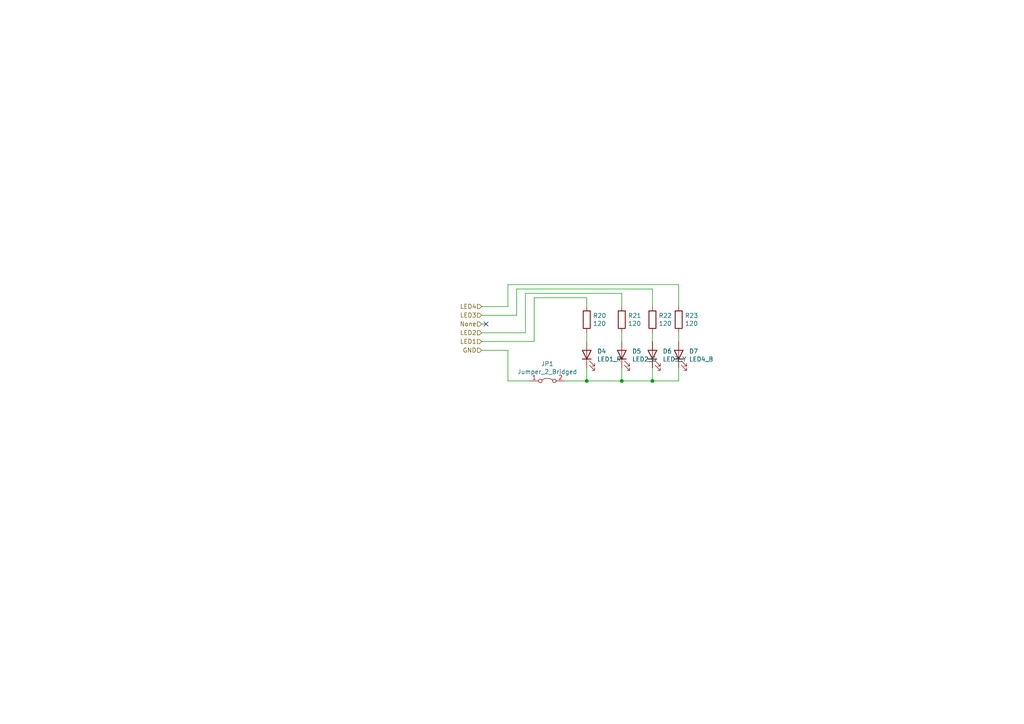
<source format=kicad_sch>
(kicad_sch (version 20211123) (generator eeschema)
  (paper "A4")
  (lib_symbols
    (symbol "Device:LED" (pin_numbers hide) (pin_names (offset 1.016) hide)
      (property "Reference" "D" (at 0 2.54 0))
      (property "Value" "LED" (at 0 -2.54 0))
      (symbol "LED_0_1"
        (polyline (pts (xy -1.27 -1.27) (xy -1.27 1.27)) (stroke (width 0.254)))
        (polyline (pts (xy -1.27 0) (xy 1.27 0)))
        (polyline (pts (xy 1.27 -1.27) (xy 1.27 1.27) (xy -1.27 0) (xy 1.27 -1.27)) (stroke (width 0.254)))
        (polyline (pts (xy -3.048 -0.762) (xy -4.572 -2.286) (xy -3.81 -2.286) (xy -4.572 -2.286) (xy -4.572 -1.524)))
        (polyline (pts (xy -1.778 -0.762) (xy -3.302 -2.286) (xy -2.54 -2.286) (xy -3.302 -2.286) (xy -3.302 -1.524)))
      )
      (symbol "LED_1_1"
        (pin passive line (at -3.81 0 0) (length 2.54) (name "K") (number "1"))
        (pin passive line (at 3.81 0 180) (length 2.54) (name "A") (number "2"))
      )
    )
    (symbol "Device:R" (pin_numbers hide) (pin_names (offset 0))
      (property "Reference" "R" (at 2.032 0 90))
      (property "Value" "R" (at 0 0 90))
      (symbol "R_0_1"
        (rectangle (start -1.016 -2.54) (end 1.016 2.54) (stroke (width 0.254)))
      )
      (symbol "R_1_1"
        (pin passive line (at 0 3.81 270) (length 1.27) (name "~") (number "1"))
        (pin passive line (at 0 -3.81 90) (length 1.27) (name "~") (number "2"))
      )
    )
    (symbol "Jumper:Jumper_2_Bridged" (pin_names (offset 0) hide)
      (property "Reference" "JP" (at 0 1.905 0))
      (property "Value" "Jumper_2_Bridged" (at 0 -2.54 0))
      (symbol "Jumper_2_Bridged_0_0"
        (circle (center -2.032 0) (radius 0.508))
        (circle (center 2.032 0) (radius 0.508))
      )
      (symbol "Jumper_2_Bridged_0_1"
        (arc (start 1.524 0.254) (mid 0 0.762) (end -1.524 0.254))
      )
      (symbol "Jumper_2_Bridged_1_1"
        (pin passive line (at -5.08 0 0) (length 2.54) (name "A") (number "1"))
        (pin passive line (at 5.08 0 180) (length 2.54) (name "B") (number "2"))
      )
    )
  )
  (junction (at 189.23 110.49))
  (junction (at 170.18 110.49))
  (junction (at 180.34 110.49))
  (no_connect (at 140.97 93.98))
  (wire (pts (xy 154.94 86.36) (xy 170.18 86.36)))
  (wire (pts (xy 180.34 85.09) (xy 180.34 88.9)))
  (wire (pts (xy 152.4 96.52) (xy 152.4 85.09)))
  (wire (pts (xy 189.23 83.82) (xy 189.23 88.9)))
  (wire (pts (xy 149.86 83.82) (xy 189.23 83.82)))
  (wire (pts (xy 170.18 86.36) (xy 170.18 88.9)))
  (wire (pts (xy 152.4 85.09) (xy 180.34 85.09)))
  (wire (pts (xy 196.85 96.52) (xy 196.85 99.06)))
  (wire (pts (xy 139.7 99.06) (xy 154.94 99.06)))
  (wire (pts (xy 189.23 106.68) (xy 189.23 110.49)))
  (wire (pts (xy 170.18 106.68) (xy 170.18 110.49)))
  (wire (pts (xy 139.7 96.52) (xy 152.4 96.52)))
  (wire (pts (xy 163.83 110.49) (xy 170.18 110.49)))
  (wire (pts (xy 180.34 106.68) (xy 180.34 110.49)))
  (wire (pts (xy 189.23 96.52) (xy 189.23 99.06)))
  (wire (pts (xy 170.18 110.49) (xy 180.34 110.49)))
  (wire (pts (xy 147.32 110.49) (xy 153.67 110.49)))
  (wire (pts (xy 180.34 96.52) (xy 180.34 99.06)))
  (wire (pts (xy 139.7 101.6) (xy 147.32 101.6)))
  (wire (pts (xy 139.7 88.9) (xy 147.32 88.9)))
  (wire (pts (xy 180.34 110.49) (xy 189.23 110.49)))
  (wire (pts (xy 147.32 82.55) (xy 196.85 82.55)))
  (wire (pts (xy 189.23 110.49) (xy 196.85 110.49)))
  (wire (pts (xy 139.7 91.44) (xy 149.86 91.44)))
  (wire (pts (xy 154.94 99.06) (xy 154.94 86.36)))
  (wire (pts (xy 147.32 101.6) (xy 147.32 110.49)))
  (wire (pts (xy 139.7 93.98) (xy 140.97 93.98)))
  (wire (pts (xy 196.85 82.55) (xy 196.85 88.9)))
  (wire (pts (xy 170.18 96.52) (xy 170.18 99.06)))
  (wire (pts (xy 147.32 88.9) (xy 147.32 82.55)))
  (wire (pts (xy 149.86 91.44) (xy 149.86 83.82)))
  (wire (pts (xy 196.85 110.49) (xy 196.85 106.68)))
  (hierarchical_label "LED2" (shape input) (at 139.7 96.52 180))
  (hierarchical_label "None" (shape input) (at 139.7 93.98 180))
  (hierarchical_label "LED4" (shape input) (at 139.7 88.9 180))
  (hierarchical_label "LED1" (shape input) (at 139.7 99.06 180))
  (hierarchical_label "GND" (shape input) (at 139.7 101.6 180))
  (hierarchical_label "LED3" (shape input) (at 139.7 91.44 180))
  (symbol (lib_id "Jumper:Jumper_2_Bridged") (at 158.75 110.49 0) (unit 1)
    (property "Reference" "JP1" (at 158.75 105.537 0))
    (property "Value" "Jumper_2_Bridged" (at 158.75 107.8484 0))
    (property "Footprint" "Connector_PinHeader_1.27mm:PinHeader_1x02_P1.27mm_Vertical" (effects hide))
  )
  (symbol (lib_id "Device:R") (at 180.34 92.71 0) (unit 1)
    (property "Reference" "R21" (at 182.118 91.5416 0) (effects (justify left)))
    (property "Value" "120" (at 182.118 93.853 0) (effects (justify left)))
    (property "Footprint" "Resistor_SMD:R_0603_1608Metric_Pad0.98x0.95mm_HandSolder" (effects hide))
  )
  (symbol (lib_id "Device:LED") (at 170.18 102.87 90) (unit 1)
    (property "Reference" "D4" (at 173.1518 101.8794 90) (effects (justify right)))
    (property "Value" "LED1_R" (at 173.1518 104.1908 90) (effects (justify right)))
    (property "Footprint" "0.main.robot:LED_SMLE13WBC8W1" (effects hide))
  )
  (symbol (lib_id "Device:R") (at 170.18 92.71 0) (unit 1)
    (property "Reference" "R20" (at 171.958 91.5416 0) (effects (justify left)))
    (property "Value" "120" (at 171.958 93.853 0) (effects (justify left)))
    (property "Footprint" "Resistor_SMD:R_0603_1608Metric_Pad0.98x0.95mm_HandSolder" (effects hide))
  )
  (symbol (lib_id "Device:LED") (at 189.23 102.87 90) (unit 1)
    (property "Reference" "D6" (at 192.2018 101.8794 90) (effects (justify right)))
    (property "Value" "LED3_Y" (at 192.2018 104.1908 90) (effects (justify right)))
    (property "Footprint" "0.main.robot:LED_SMLE13WBC8W1" (effects hide))
  )
  (symbol (lib_id "Device:LED") (at 180.34 102.87 90) (unit 1)
    (property "Reference" "D5" (at 183.3118 101.8794 90) (effects (justify right)))
    (property "Value" "LED2_G" (at 183.3118 104.1908 90) (effects (justify right)))
    (property "Footprint" "0.main.robot:LED_SMLE13WBC8W1" (effects hide))
  )
  (symbol (lib_id "Device:R") (at 189.23 92.71 0) (unit 1)
    (property "Reference" "R22" (at 191.008 91.5416 0) (effects (justify left)))
    (property "Value" "120" (at 191.008 93.853 0) (effects (justify left)))
    (property "Footprint" "Resistor_SMD:R_0603_1608Metric_Pad0.98x0.95mm_HandSolder" (effects hide))
  )
  (symbol (lib_id "Device:LED") (at 196.85 102.87 90) (unit 1)
    (property "Reference" "D7" (at 199.8218 101.8794 90) (effects (justify right)))
    (property "Value" "LED4_B" (at 199.8218 104.1908 90) (effects (justify right)))
    (property "Footprint" "0.main.robot:LED_SMLE13WBC8W1" (effects hide))
  )
  (symbol (lib_id "Device:R") (at 196.85 92.71 0) (unit 1)
    (property "Reference" "R23" (at 198.628 91.5416 0) (effects (justify left)))
    (property "Value" "120" (at 198.628 93.853 0) (effects (justify left)))
    (property "Footprint" "Resistor_SMD:R_0603_1608Metric_Pad0.98x0.95mm_HandSolder" (effects hide))
  )
)
</source>
